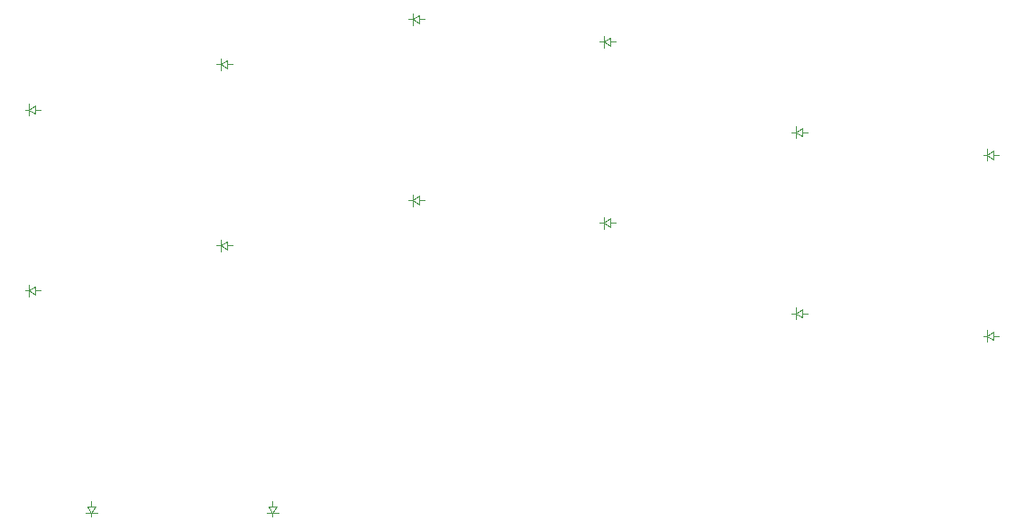
<source format=gbo>
G04 #@! TF.GenerationSoftware,KiCad,Pcbnew,7.0.8*
G04 #@! TF.CreationDate,2024-04-01T22:34:59+01:00*
G04 #@! TF.ProjectId,right,72696768-742e-46b6-9963-61645f706362,v1.0.0*
G04 #@! TF.SameCoordinates,Original*
G04 #@! TF.FileFunction,Legend,Bot*
G04 #@! TF.FilePolarity,Positive*
%FSLAX46Y46*%
G04 Gerber Fmt 4.6, Leading zero omitted, Abs format (unit mm)*
G04 Created by KiCad (PCBNEW 7.0.8) date 2024-04-01 22:34:59*
%MOMM*%
%LPD*%
G01*
G04 APERTURE LIST*
%ADD10C,0.100000*%
%ADD11C,3.429000*%
%ADD12C,1.701800*%
%ADD13C,2.032000*%
%ADD14R,0.900000X1.200000*%
%ADD15R,1.200000X0.900000*%
G04 APERTURE END LIST*
D10*
X316250000Y-143250000D02*
X316750000Y-143250000D01*
X316250000Y-143650000D02*
X315650000Y-143250000D01*
X316250000Y-142850000D02*
X316250000Y-143650000D01*
X315650000Y-143250000D02*
X316250000Y-142850000D01*
X315650000Y-143250000D02*
X315650000Y-143800000D01*
X315650000Y-143250000D02*
X315650000Y-142700000D01*
X315250000Y-143250000D02*
X315650000Y-143250000D01*
X316250000Y-126250000D02*
X316750000Y-126250000D01*
X316250000Y-126650000D02*
X315650000Y-126250000D01*
X316250000Y-125850000D02*
X316250000Y-126650000D01*
X315650000Y-126250000D02*
X316250000Y-125850000D01*
X315650000Y-126250000D02*
X315650000Y-126800000D01*
X315650000Y-126250000D02*
X315650000Y-125700000D01*
X315250000Y-126250000D02*
X315650000Y-126250000D01*
X298250000Y-141125000D02*
X298750000Y-141125000D01*
X298250000Y-141525000D02*
X297650000Y-141125000D01*
X298250000Y-140725000D02*
X298250000Y-141525000D01*
X297650000Y-141125000D02*
X298250000Y-140725000D01*
X297650000Y-141125000D02*
X297650000Y-141675000D01*
X297650000Y-141125000D02*
X297650000Y-140575000D01*
X297250000Y-141125000D02*
X297650000Y-141125000D01*
X298250000Y-124125000D02*
X298750000Y-124125000D01*
X298250000Y-124525000D02*
X297650000Y-124125000D01*
X298250000Y-123725000D02*
X298250000Y-124525000D01*
X297650000Y-124125000D02*
X298250000Y-123725000D01*
X297650000Y-124125000D02*
X297650000Y-124675000D01*
X297650000Y-124125000D02*
X297650000Y-123575000D01*
X297250000Y-124125000D02*
X297650000Y-124125000D01*
X280250000Y-132625000D02*
X280750000Y-132625000D01*
X280250000Y-133025000D02*
X279650000Y-132625000D01*
X280250000Y-132225000D02*
X280250000Y-133025000D01*
X279650000Y-132625000D02*
X280250000Y-132225000D01*
X279650000Y-132625000D02*
X279650000Y-133175000D01*
X279650000Y-132625000D02*
X279650000Y-132075000D01*
X279250000Y-132625000D02*
X279650000Y-132625000D01*
X280250000Y-115625000D02*
X280750000Y-115625000D01*
X280250000Y-116025000D02*
X279650000Y-115625000D01*
X280250000Y-115225000D02*
X280250000Y-116025000D01*
X279650000Y-115625000D02*
X280250000Y-115225000D01*
X279650000Y-115625000D02*
X279650000Y-116175000D01*
X279650000Y-115625000D02*
X279650000Y-115075000D01*
X279250000Y-115625000D02*
X279650000Y-115625000D01*
X262250000Y-130500000D02*
X262750000Y-130500000D01*
X262250000Y-130900000D02*
X261650000Y-130500000D01*
X262250000Y-130100000D02*
X262250000Y-130900000D01*
X261650000Y-130500000D02*
X262250000Y-130100000D01*
X261650000Y-130500000D02*
X261650000Y-131050000D01*
X261650000Y-130500000D02*
X261650000Y-129950000D01*
X261250000Y-130500000D02*
X261650000Y-130500000D01*
X262250000Y-113500000D02*
X262750000Y-113500000D01*
X262250000Y-113900000D02*
X261650000Y-113500000D01*
X262250000Y-113100000D02*
X262250000Y-113900000D01*
X261650000Y-113500000D02*
X262250000Y-113100000D01*
X261650000Y-113500000D02*
X261650000Y-114050000D01*
X261650000Y-113500000D02*
X261650000Y-112950000D01*
X261250000Y-113500000D02*
X261650000Y-113500000D01*
X244250000Y-134750000D02*
X244750000Y-134750000D01*
X244250000Y-135150000D02*
X243650000Y-134750000D01*
X244250000Y-134350000D02*
X244250000Y-135150000D01*
X243650000Y-134750000D02*
X244250000Y-134350000D01*
X243650000Y-134750000D02*
X243650000Y-135300000D01*
X243650000Y-134750000D02*
X243650000Y-134200000D01*
X243250000Y-134750000D02*
X243650000Y-134750000D01*
X244250000Y-117750000D02*
X244750000Y-117750000D01*
X244250000Y-118150000D02*
X243650000Y-117750000D01*
X244250000Y-117350000D02*
X244250000Y-118150000D01*
X243650000Y-117750000D02*
X244250000Y-117350000D01*
X243650000Y-117750000D02*
X243650000Y-118300000D01*
X243650000Y-117750000D02*
X243650000Y-117200000D01*
X243250000Y-117750000D02*
X243650000Y-117750000D01*
X226250000Y-139000000D02*
X226750000Y-139000000D01*
X226250000Y-139400000D02*
X225650000Y-139000000D01*
X226250000Y-138600000D02*
X226250000Y-139400000D01*
X225650000Y-139000000D02*
X226250000Y-138600000D01*
X225650000Y-139000000D02*
X225650000Y-139550000D01*
X225650000Y-139000000D02*
X225650000Y-138450000D01*
X225250000Y-139000000D02*
X225650000Y-139000000D01*
X226250000Y-122000000D02*
X226750000Y-122000000D01*
X226250000Y-122400000D02*
X225650000Y-122000000D01*
X226250000Y-121600000D02*
X226250000Y-122400000D01*
X225650000Y-122000000D02*
X226250000Y-121600000D01*
X225650000Y-122000000D02*
X225650000Y-122550000D01*
X225650000Y-122000000D02*
X225650000Y-121450000D01*
X225250000Y-122000000D02*
X225650000Y-122000000D01*
X248500000Y-159250000D02*
X248500000Y-158750000D01*
X248900000Y-159250000D02*
X248500000Y-159850000D01*
X248100000Y-159250000D02*
X248900000Y-159250000D01*
X248500000Y-159850000D02*
X248100000Y-159250000D01*
X248500000Y-159850000D02*
X249050000Y-159850000D01*
X248500000Y-159850000D02*
X247950000Y-159850000D01*
X248500000Y-160250000D02*
X248500000Y-159850000D01*
X231500000Y-159250000D02*
X231500000Y-158750000D01*
X231900000Y-159250000D02*
X231500000Y-159850000D01*
X231100000Y-159250000D02*
X231900000Y-159250000D01*
X231500000Y-159850000D02*
X231100000Y-159250000D01*
X231500000Y-159850000D02*
X232050000Y-159850000D01*
X231500000Y-159850000D02*
X230950000Y-159850000D01*
X231500000Y-160250000D02*
X231500000Y-159850000D01*
%LPC*%
D11*
X316000000Y-138250000D03*
D12*
X321500000Y-138250000D03*
X310500000Y-138250000D03*
D13*
X321000000Y-134450000D03*
X316000000Y-132350000D03*
D11*
X316000000Y-121250000D03*
D12*
X321500000Y-121250000D03*
X310500000Y-121250000D03*
D13*
X321000000Y-117450000D03*
X316000000Y-115350000D03*
D11*
X298000000Y-136125000D03*
D12*
X303500000Y-136125000D03*
X292500000Y-136125000D03*
D13*
X303000000Y-132325000D03*
X298000000Y-130225000D03*
D11*
X298000000Y-119125000D03*
D12*
X303500000Y-119125000D03*
X292500000Y-119125000D03*
D13*
X303000000Y-115325000D03*
X298000000Y-113225000D03*
D11*
X280000000Y-127625000D03*
D12*
X285500000Y-127625000D03*
X274500000Y-127625000D03*
D13*
X285000000Y-123825000D03*
X280000000Y-121725000D03*
D11*
X280000000Y-110625000D03*
D12*
X285500000Y-110625000D03*
X274500000Y-110625000D03*
D13*
X285000000Y-106825000D03*
X280000000Y-104725000D03*
D11*
X262000000Y-125500000D03*
D12*
X267500000Y-125500000D03*
X256500000Y-125500000D03*
D13*
X267000000Y-121700000D03*
X262000000Y-119600000D03*
D11*
X262000000Y-108500000D03*
D12*
X267500000Y-108500000D03*
X256500000Y-108500000D03*
D13*
X267000000Y-104700000D03*
X262000000Y-102600000D03*
D11*
X244000000Y-129750000D03*
D12*
X249500000Y-129750000D03*
X238500000Y-129750000D03*
D13*
X249000000Y-125950000D03*
X244000000Y-123850000D03*
D11*
X244000000Y-112750000D03*
D12*
X249500000Y-112750000D03*
X238500000Y-112750000D03*
D13*
X249000000Y-108950000D03*
X244000000Y-106850000D03*
D11*
X226000000Y-134000000D03*
D12*
X231500000Y-134000000D03*
X220500000Y-134000000D03*
D13*
X231000000Y-130200000D03*
X226000000Y-128100000D03*
D11*
X226000000Y-117000000D03*
D12*
X231500000Y-117000000D03*
X220500000Y-117000000D03*
D13*
X231000000Y-113200000D03*
X226000000Y-111100000D03*
D11*
X243500000Y-159500000D03*
D12*
X243500000Y-154000000D03*
X243500000Y-165000000D03*
D13*
X239700000Y-154500000D03*
X237600000Y-159500000D03*
D11*
X226500000Y-159500000D03*
D12*
X226500000Y-154000000D03*
X226500000Y-165000000D03*
D13*
X222700000Y-154500000D03*
X220600000Y-159500000D03*
D14*
X314350000Y-143250000D03*
X317650000Y-143250000D03*
X314350000Y-126250000D03*
X317650000Y-126250000D03*
X296350000Y-141125000D03*
X299650000Y-141125000D03*
X296350000Y-124125000D03*
X299650000Y-124125000D03*
X278350000Y-132625000D03*
X281650000Y-132625000D03*
X278350000Y-115625000D03*
X281650000Y-115625000D03*
X260350000Y-130500000D03*
X263650000Y-130500000D03*
X260350000Y-113500000D03*
X263650000Y-113500000D03*
X242350000Y-134750000D03*
X245650000Y-134750000D03*
X242350000Y-117750000D03*
X245650000Y-117750000D03*
X224350000Y-139000000D03*
X227650000Y-139000000D03*
X224350000Y-122000000D03*
X227650000Y-122000000D03*
D15*
X248500000Y-161150000D03*
X248500000Y-157850000D03*
X231500000Y-161150000D03*
X231500000Y-157850000D03*
%LPD*%
M02*

</source>
